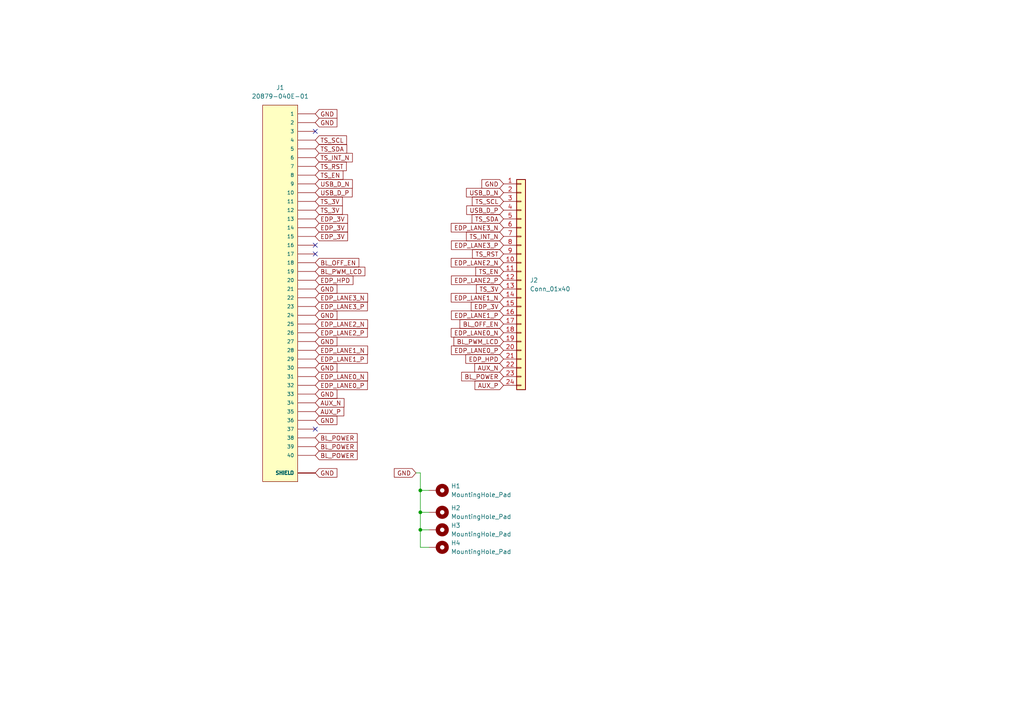
<source format=kicad_sch>
(kicad_sch (version 20211123) (generator eeschema)
  (paper "A4")
  (lib_symbols
    (symbol "20879-040E-01:20879-040E-01" (pin_numbers hide) (pin_names (offset 1.016))
      (property "Reference" "J" (at -5.08 53.34 0))
      (property "Value" "20879-040E-01" (at -5.08 -58.42 0))
      (symbol "20879-040E-01_0_0"
        (rectangle (start -5.08 -55.88) (end 5.08 53.34) (stroke (width 0.1524)) (fill (type background)))
        (pin passive line (at -10.16 50.8 0) (length 5.08) (name "1") (number "1"))
        (pin passive line (at -10.16 27.94 0) (length 5.08) (name "10") (number "10"))
        (pin passive line (at -10.16 25.4 0) (length 5.08) (name "11") (number "11"))
        (pin passive line (at -10.16 22.86 0) (length 5.08) (name "12") (number "12"))
        (pin passive line (at -10.16 20.32 0) (length 5.08) (name "13") (number "13"))
        (pin passive line (at -10.16 17.78 0) (length 5.08) (name "14") (number "14"))
        (pin passive line (at -10.16 15.24 0) (length 5.08) (name "15") (number "15"))
        (pin passive line (at -10.16 12.7 0) (length 5.08) (name "16") (number "16"))
        (pin passive line (at -10.16 10.16 0) (length 5.08) (name "17") (number "17"))
        (pin passive line (at -10.16 7.62 0) (length 5.08) (name "18") (number "18"))
        (pin passive line (at -10.16 5.08 0) (length 5.08) (name "19") (number "19"))
        (pin passive line (at -10.16 48.26 0) (length 5.08) (name "2") (number "2"))
        (pin passive line (at -10.16 2.54 0) (length 5.08) (name "20") (number "20"))
        (pin passive line (at -10.16 0 0) (length 5.08) (name "21") (number "21"))
        (pin passive line (at -10.16 -2.54 0) (length 5.08) (name "22") (number "22"))
        (pin passive line (at -10.16 -5.08 0) (length 5.08) (name "23") (number "23"))
        (pin passive line (at -10.16 -7.62 0) (length 5.08) (name "24") (number "24"))
        (pin passive line (at -10.16 -10.16 0) (length 5.08) (name "25") (number "25"))
        (pin passive line (at -10.16 -12.7 0) (length 5.08) (name "26") (number "26"))
        (pin passive line (at -10.16 -15.24 0) (length 5.08) (name "27") (number "27"))
        (pin passive line (at -10.16 -17.78 0) (length 5.08) (name "28") (number "28"))
        (pin passive line (at -10.16 -20.32 0) (length 5.08) (name "29") (number "29"))
        (pin passive line (at -10.16 45.72 0) (length 5.08) (name "3") (number "3"))
        (pin passive line (at -10.16 -22.86 0) (length 5.08) (name "30") (number "30"))
        (pin passive line (at -10.16 -25.4 0) (length 5.08) (name "31") (number "31"))
        (pin passive line (at -10.16 -27.94 0) (length 5.08) (name "32") (number "32"))
        (pin passive line (at -10.16 -30.48 0) (length 5.08) (name "33") (number "33"))
        (pin passive line (at -10.16 -33.02 0) (length 5.08) (name "34") (number "34"))
        (pin passive line (at -10.16 -35.56 0) (length 5.08) (name "35") (number "35"))
        (pin passive line (at -10.16 -38.1 0) (length 5.08) (name "36") (number "36"))
        (pin passive line (at -10.16 -40.64 0) (length 5.08) (name "37") (number "37"))
        (pin passive line (at -10.16 -43.18 0) (length 5.08) (name "38") (number "38"))
        (pin passive line (at -10.16 -45.72 0) (length 5.08) (name "39") (number "39"))
        (pin passive line (at -10.16 43.18 0) (length 5.08) (name "4") (number "4"))
        (pin passive line (at -10.16 -48.26 0) (length 5.08) (name "40") (number "40"))
        (pin passive line (at -10.16 40.64 0) (length 5.08) (name "5") (number "5"))
        (pin passive line (at -10.16 38.1 0) (length 5.08) (name "6") (number "6"))
        (pin passive line (at -10.16 35.56 0) (length 5.08) (name "7") (number "7"))
        (pin passive line (at -10.16 33.02 0) (length 5.08) (name "8") (number "8"))
        (pin passive line (at -10.16 30.48 0) (length 5.08) (name "9") (number "9"))
        (pin passive line (at -10.16 -53.34 0) (length 5.08) (name "SHIELD") (number "S1"))
        (pin passive line (at -10.16 -53.34 0) (length 5.08) (name "SHIELD") (number "S10"))
        (pin passive line (at -10.16 -53.34 0) (length 5.08) (name "SHIELD") (number "S11"))
        (pin passive line (at -10.16 -53.34 0) (length 5.08) (name "SHIELD") (number "S12"))
        (pin passive line (at -10.16 -53.34 0) (length 5.08) (name "SHIELD") (number "S13"))
        (pin passive line (at -10.16 -53.34 0) (length 5.08) (name "SHIELD") (number "S14"))
        (pin passive line (at -10.16 -53.34 0) (length 5.08) (name "SHIELD") (number "S15"))
        (pin passive line (at -10.16 -53.34 0) (length 5.08) (name "SHIELD") (number "S16"))
        (pin passive line (at -10.16 -53.34 0) (length 5.08) (name "SHIELD") (number "S17"))
        (pin passive line (at -10.16 -53.34 0) (length 5.08) (name "SHIELD") (number "S18"))
        (pin passive line (at -10.16 -53.34 0) (length 5.08) (name "SHIELD") (number "S19"))
        (pin passive line (at -10.16 -53.34 0) (length 5.08) (name "SHIELD") (number "S2"))
        (pin passive line (at -10.16 -53.34 0) (length 5.08) (name "SHIELD") (number "S20"))
        (pin passive line (at -10.16 -53.34 0) (length 5.08) (name "SHIELD") (number "S21"))
        (pin passive line (at -10.16 -53.34 0) (length 5.08) (name "SHIELD") (number "S22"))
        (pin passive line (at -10.16 -53.34 0) (length 5.08) (name "SHIELD") (number "S23"))
        (pin passive line (at -10.16 -53.34 0) (length 5.08) (name "SHIELD") (number "S24"))
        (pin passive line (at -10.16 -53.34 0) (length 5.08) (name "SHIELD") (number "S25"))
        (pin passive line (at -10.16 -53.34 0) (length 5.08) (name "SHIELD") (number "S26"))
        (pin passive line (at -10.16 -53.34 0) (length 5.08) (name "SHIELD") (number "S27"))
        (pin passive line (at -10.16 -53.34 0) (length 5.08) (name "SHIELD") (number "S28"))
        (pin passive line (at -10.16 -53.34 0) (length 5.08) (name "SHIELD") (number "S29"))
        (pin passive line (at -10.16 -53.34 0) (length 5.08) (name "SHIELD") (number "S3"))
        (pin passive line (at -10.16 -53.34 0) (length 5.08) (name "SHIELD") (number "S30"))
        (pin passive line (at -10.16 -53.34 0) (length 5.08) (name "SHIELD") (number "S31"))
        (pin passive line (at -10.16 -53.34 0) (length 5.08) (name "SHIELD") (number "S32"))
        (pin passive line (at -10.16 -53.34 0) (length 5.08) (name "SHIELD") (number "S33"))
        (pin passive line (at -10.16 -53.34 0) (length 5.08) (name "SHIELD") (number "S34"))
        (pin passive line (at -10.16 -53.34 0) (length 5.08) (name "SHIELD") (number "S4"))
        (pin passive line (at -10.16 -53.34 0) (length 5.08) (name "SHIELD") (number "S5"))
        (pin passive line (at -10.16 -53.34 0) (length 5.08) (name "SHIELD") (number "S6"))
        (pin passive line (at -10.16 -53.34 0) (length 5.08) (name "SHIELD") (number "S7"))
        (pin passive line (at -10.16 -53.34 0) (length 5.08) (name "SHIELD") (number "S8"))
        (pin passive line (at -10.16 -53.34 0) (length 5.08) (name "SHIELD") (number "S9"))
      )
    )
    (symbol "Connector_Generic:Conn_01x24" (pin_names (offset 1.016) hide)
      (property "Reference" "J" (at 0 30.48 0))
      (property "Value" "Conn_01x24" (at 0 -33.02 0))
      (symbol "Conn_01x24_1_1"
        (rectangle (start -1.27 -30.353) (end 0 -30.607) (stroke (width 0.1524)))
        (rectangle (start -1.27 -27.813) (end 0 -28.067) (stroke (width 0.1524)))
        (rectangle (start -1.27 -25.273) (end 0 -25.527) (stroke (width 0.1524)))
        (rectangle (start -1.27 -22.733) (end 0 -22.987) (stroke (width 0.1524)))
        (rectangle (start -1.27 -20.193) (end 0 -20.447) (stroke (width 0.1524)))
        (rectangle (start -1.27 -17.653) (end 0 -17.907) (stroke (width 0.1524)))
        (rectangle (start -1.27 -15.113) (end 0 -15.367) (stroke (width 0.1524)))
        (rectangle (start -1.27 -12.573) (end 0 -12.827) (stroke (width 0.1524)))
        (rectangle (start -1.27 -10.033) (end 0 -10.287) (stroke (width 0.1524)))
        (rectangle (start -1.27 -7.493) (end 0 -7.747) (stroke (width 0.1524)))
        (rectangle (start -1.27 -4.953) (end 0 -5.207) (stroke (width 0.1524)))
        (rectangle (start -1.27 -2.413) (end 0 -2.667) (stroke (width 0.1524)))
        (rectangle (start -1.27 0.127) (end 0 -0.127) (stroke (width 0.1524)))
        (rectangle (start -1.27 2.667) (end 0 2.413) (stroke (width 0.1524)))
        (rectangle (start -1.27 5.207) (end 0 4.953) (stroke (width 0.1524)))
        (rectangle (start -1.27 7.747) (end 0 7.493) (stroke (width 0.1524)))
        (rectangle (start -1.27 10.287) (end 0 10.033) (stroke (width 0.1524)))
        (rectangle (start -1.27 12.827) (end 0 12.573) (stroke (width 0.1524)))
        (rectangle (start -1.27 15.367) (end 0 15.113) (stroke (width 0.1524)))
        (rectangle (start -1.27 17.907) (end 0 17.653) (stroke (width 0.1524)))
        (rectangle (start -1.27 20.447) (end 0 20.193) (stroke (width 0.1524)))
        (rectangle (start -1.27 22.987) (end 0 22.733) (stroke (width 0.1524)))
        (rectangle (start -1.27 25.527) (end 0 25.273) (stroke (width 0.1524)))
        (rectangle (start -1.27 28.067) (end 0 27.813) (stroke (width 0.1524)))
        (rectangle (start -1.27 29.21) (end 1.27 -31.75) (stroke (width 0.254)) (fill (type background)))
        (pin passive line (at -5.08 27.94 0) (length 3.81) (name "Pin_1") (number "1"))
        (pin passive line (at -5.08 5.08 0) (length 3.81) (name "Pin_10") (number "10"))
        (pin passive line (at -5.08 2.54 0) (length 3.81) (name "Pin_11") (number "11"))
        (pin passive line (at -5.08 0 0) (length 3.81) (name "Pin_12") (number "12"))
        (pin passive line (at -5.08 -2.54 0) (length 3.81) (name "Pin_13") (number "13"))
        (pin passive line (at -5.08 -5.08 0) (length 3.81) (name "Pin_14") (number "14"))
        (pin passive line (at -5.08 -7.62 0) (length 3.81) (name "Pin_15") (number "15"))
        (pin passive line (at -5.08 -10.16 0) (length 3.81) (name "Pin_16") (number "16"))
        (pin passive line (at -5.08 -12.7 0) (length 3.81) (name "Pin_17") (number "17"))
        (pin passive line (at -5.08 -15.24 0) (length 3.81) (name "Pin_18") (number "18"))
        (pin passive line (at -5.08 -17.78 0) (length 3.81) (name "Pin_19") (number "19"))
        (pin passive line (at -5.08 25.4 0) (length 3.81) (name "Pin_2") (number "2"))
        (pin passive line (at -5.08 -20.32 0) (length 3.81) (name "Pin_20") (number "20"))
        (pin passive line (at -5.08 -22.86 0) (length 3.81) (name "Pin_21") (number "21"))
        (pin passive line (at -5.08 -25.4 0) (length 3.81) (name "Pin_22") (number "22"))
        (pin passive line (at -5.08 -27.94 0) (length 3.81) (name "Pin_23") (number "23"))
        (pin passive line (at -5.08 -30.48 0) (length 3.81) (name "Pin_24") (number "24"))
        (pin passive line (at -5.08 22.86 0) (length 3.81) (name "Pin_3") (number "3"))
        (pin passive line (at -5.08 20.32 0) (length 3.81) (name "Pin_4") (number "4"))
        (pin passive line (at -5.08 17.78 0) (length 3.81) (name "Pin_5") (number "5"))
        (pin passive line (at -5.08 15.24 0) (length 3.81) (name "Pin_6") (number "6"))
        (pin passive line (at -5.08 12.7 0) (length 3.81) (name "Pin_7") (number "7"))
        (pin passive line (at -5.08 10.16 0) (length 3.81) (name "Pin_8") (number "8"))
        (pin passive line (at -5.08 7.62 0) (length 3.81) (name "Pin_9") (number "9"))
      )
    )
    (symbol "Mechanical:MountingHole_Pad" (pin_numbers hide) (pin_names (offset 1.016) hide)
      (property "Reference" "H" (at 0 6.35 0))
      (property "Value" "MountingHole_Pad" (at 0 4.445 0))
      (symbol "MountingHole_Pad_0_1"
        (circle (center 0 1.27) (radius 1.27) (stroke (width 1.27)))
      )
      (symbol "MountingHole_Pad_1_1"
        (pin input line (at 0 -2.54 90) (length 2.54) (name "1") (number "1"))
      )
    )
  )
  (junction (at 121.92 142.24))
  (junction (at 121.92 148.59))
  (junction (at 121.92 153.67))
  (no_connect (at 91.44 71.12))
  (no_connect (at 91.44 73.66))
  (no_connect (at 91.44 124.46))
  (no_connect (at 91.44 38.1))
  (wire (pts (xy 121.92 158.75) (xy 124.46 158.75)))
  (wire (pts (xy 121.92 137.16) (xy 121.92 142.24)))
  (wire (pts (xy 124.46 142.24) (xy 121.92 142.24)))
  (wire (pts (xy 124.46 148.59) (xy 121.92 148.59)))
  (wire (pts (xy 121.92 142.24) (xy 121.92 148.59)))
  (wire (pts (xy 120.65 137.16) (xy 121.92 137.16)))
  (wire (pts (xy 121.92 153.67) (xy 121.92 158.75)))
  (wire (pts (xy 121.92 148.59) (xy 121.92 153.67)))
  (wire (pts (xy 121.92 153.67) (xy 124.46 153.67)))
  (global_label "EDP_LANE3_N" (shape input) (at 91.44 86.36 0) (property "Intersheet References" "${INTERSHEET_REFS}" (effects hide)))
  (global_label "TS_EN" (shape input) (at 146.05 78.74 180) (property "Intersheet References" "${INTERSHEET_REFS}" (effects hide)))
  (global_label "BL_POWER" (shape input) (at 91.44 127 0) (property "Intersheet References" "${INTERSHEET_REFS}" (effects hide)))
  (global_label "EDP_LANE3_P" (shape input) (at 91.44 88.9 0) (property "Intersheet References" "${INTERSHEET_REFS}" (effects hide)))
  (global_label "GND" (shape input) (at 91.44 114.3 0) (property "Intersheet References" "${INTERSHEET_REFS}" (effects hide)))
  (global_label "GND" (shape input) (at 91.44 35.56 0) (property "Intersheet References" "${INTERSHEET_REFS}" (effects hide)))
  (global_label "TS_SDA" (shape input) (at 146.05 63.5 180) (property "Intersheet References" "${INTERSHEET_REFS}" (effects hide)))
  (global_label "GND" (shape input) (at 91.44 99.06 0) (property "Intersheet References" "${INTERSHEET_REFS}" (effects hide)))
  (global_label "GND" (shape input) (at 91.44 83.82 0) (property "Intersheet References" "${INTERSHEET_REFS}" (effects hide)))
  (global_label "BL_OFF_EN" (shape input) (at 146.05 93.98 180) (property "Intersheet References" "${INTERSHEET_REFS}" (effects hide)))
  (global_label "TS_INT_N" (shape input) (at 146.05 68.58 180) (property "Intersheet References" "${INTERSHEET_REFS}" (effects hide)))
  (global_label "AUX_N" (shape input) (at 91.44 116.84 0) (property "Intersheet References" "${INTERSHEET_REFS}" (effects hide)))
  (global_label "EDP_LANE1_N" (shape input) (at 91.44 101.6 0) (property "Intersheet References" "${INTERSHEET_REFS}" (effects hide)))
  (global_label "USB_D_N" (shape input) (at 146.05 55.88 180) (property "Intersheet References" "${INTERSHEET_REFS}" (effects hide)))
  (global_label "EDP_LANE0_P" (shape input) (at 91.44 111.76 0) (property "Intersheet References" "${INTERSHEET_REFS}" (effects hide)))
  (global_label "TS_3V" (shape input) (at 91.44 60.96 0) (property "Intersheet References" "${INTERSHEET_REFS}" (effects hide)))
  (global_label "TS_SCL" (shape input) (at 146.05 58.42 180) (property "Intersheet References" "${INTERSHEET_REFS}" (effects hide)))
  (global_label "BL_OFF_EN" (shape input) (at 91.44 76.2 0) (property "Intersheet References" "${INTERSHEET_REFS}" (effects hide)))
  (global_label "EDP_LANE3_P" (shape input) (at 146.05 71.12 180) (property "Intersheet References" "${INTERSHEET_REFS}" (effects hide)))
  (global_label "AUX_P" (shape input) (at 146.05 111.76 180) (property "Intersheet References" "${INTERSHEET_REFS}" (effects hide)))
  (global_label "BL_POWER" (shape input) (at 91.44 132.08 0) (property "Intersheet References" "${INTERSHEET_REFS}" (effects hide)))
  (global_label "EDP_LANE0_P" (shape input) (at 146.05 101.6 180) (property "Intersheet References" "${INTERSHEET_REFS}" (effects hide)))
  (global_label "BL_PWM_LCD" (shape input) (at 146.05 99.06 180) (property "Intersheet References" "${INTERSHEET_REFS}" (effects hide)))
  (global_label "EDP_HPD" (shape input) (at 91.44 81.28 0) (property "Intersheet References" "${INTERSHEET_REFS}" (effects hide)))
  (global_label "TS_SCL" (shape input) (at 91.44 40.64 0) (property "Intersheet References" "${INTERSHEET_REFS}" (effects hide)))
  (global_label "BL_POWER" (shape input) (at 91.44 129.54 0) (property "Intersheet References" "${INTERSHEET_REFS}" (effects hide)))
  (global_label "TS_3V" (shape input) (at 146.05 83.82 180) (property "Intersheet References" "${INTERSHEET_REFS}" (effects hide)))
  (global_label "TS_RST" (shape input) (at 91.44 48.26 0) (property "Intersheet References" "${INTERSHEET_REFS}" (effects hide)))
  (global_label "EDP_3V" (shape input) (at 91.44 66.04 0) (property "Intersheet References" "${INTERSHEET_REFS}" (effects hide)))
  (global_label "EDP_LANE1_P" (shape input) (at 91.44 104.14 0) (property "Intersheet References" "${INTERSHEET_REFS}" (effects hide)))
  (global_label "EDP_LANE2_N" (shape input) (at 91.44 93.98 0) (property "Intersheet References" "${INTERSHEET_REFS}" (effects hide)))
  (global_label "EDP_LANE2_N" (shape input) (at 146.05 76.2 180) (property "Intersheet References" "${INTERSHEET_REFS}" (effects hide)))
  (global_label "GND" (shape input) (at 146.05 53.34 180) (property "Intersheet References" "${INTERSHEET_REFS}" (effects hide)))
  (global_label "AUX_P" (shape input) (at 91.44 119.38 0) (property "Intersheet References" "${INTERSHEET_REFS}" (effects hide)))
  (global_label "EDP_LANE2_P" (shape input) (at 91.44 96.52 0) (property "Intersheet References" "${INTERSHEET_REFS}" (effects hide)))
  (global_label "EDP_LANE2_P" (shape input) (at 146.05 81.28 180) (property "Intersheet References" "${INTERSHEET_REFS}" (effects hide)))
  (global_label "GND" (shape input) (at 91.44 33.02 0) (property "Intersheet References" "${INTERSHEET_REFS}" (effects hide)))
  (global_label "EDP_3V" (shape input) (at 91.44 68.58 0) (property "Intersheet References" "${INTERSHEET_REFS}" (effects hide)))
  (global_label "EDP_LANE0_N" (shape input) (at 91.44 109.22 0) (property "Intersheet References" "${INTERSHEET_REFS}" (effects hide)))
  (global_label "TS_RST" (shape input) (at 146.05 73.66 180) (property "Intersheet References" "${INTERSHEET_REFS}" (effects hide)))
  (global_label "AUX_N" (shape input) (at 146.05 106.68 180) (property "Intersheet References" "${INTERSHEET_REFS}" (effects hide)))
  (global_label "BL_POWER" (shape input) (at 146.05 109.22 180) (property "Intersheet References" "${INTERSHEET_REFS}" (effects hide)))
  (global_label "USB_D_P" (shape input) (at 146.05 60.96 180) (property "Intersheet References" "${INTERSHEET_REFS}" (effects hide)))
  (global_label "EDP_LANE1_P" (shape input) (at 146.05 91.44 180) (property "Intersheet References" "${INTERSHEET_REFS}" (effects hide)))
  (global_label "TS_3V" (shape input) (at 91.44 58.42 0) (property "Intersheet References" "${INTERSHEET_REFS}" (effects hide)))
  (global_label "TS_EN" (shape input) (at 91.44 50.8 0) (property "Intersheet References" "${INTERSHEET_REFS}" (effects hide)))
  (global_label "TS_SDA" (shape input) (at 91.44 43.18 0) (property "Intersheet References" "${INTERSHEET_REFS}" (effects hide)))
  (global_label "EDP_LANE3_N" (shape input) (at 146.05 66.04 180) (property "Intersheet References" "${INTERSHEET_REFS}" (effects hide)))
  (global_label "EDP_LANE1_N" (shape input) (at 146.05 86.36 180) (property "Intersheet References" "${INTERSHEET_REFS}" (effects hide)))
  (global_label "USB_D_N" (shape input) (at 91.44 53.34 0) (property "Intersheet References" "${INTERSHEET_REFS}" (effects hide)))
  (global_label "GND" (shape input) (at 91.44 137.16 0) (property "Intersheet References" "${INTERSHEET_REFS}" (effects hide)))
  (global_label "EDP_3V" (shape input) (at 146.05 88.9 180) (property "Intersheet References" "${INTERSHEET_REFS}" (effects hide)))
  (global_label "GND" (shape input) (at 120.65 137.16 180) (property "Intersheet References" "${INTERSHEET_REFS}" (effects hide)))
  (global_label "EDP_LANE0_N" (shape input) (at 146.05 96.52 180) (property "Intersheet References" "${INTERSHEET_REFS}" (effects hide)))
  (global_label "TS_INT_N" (shape input) (at 91.44 45.72 0) (property "Intersheet References" "${INTERSHEET_REFS}" (effects hide)))
  (global_label "USB_D_P" (shape input) (at 91.44 55.88 0) (property "Intersheet References" "${INTERSHEET_REFS}" (effects hide)))
  (global_label "GND" (shape input) (at 91.44 91.44 0) (property "Intersheet References" "${INTERSHEET_REFS}" (effects hide)))
  (global_label "BL_PWM_LCD" (shape input) (at 91.44 78.74 0) (property "Intersheet References" "${INTERSHEET_REFS}" (effects hide)))
  (global_label "GND" (shape input) (at 91.44 106.68 0) (property "Intersheet References" "${INTERSHEET_REFS}" (effects hide)))
  (global_label "EDP_HPD" (shape input) (at 146.05 104.14 180) (property "Intersheet References" "${INTERSHEET_REFS}" (effects hide)))
  (global_label "GND" (shape input) (at 91.44 121.92 0) (property "Intersheet References" "${INTERSHEET_REFS}" (effects hide)))
  (global_label "EDP_3V" (shape input) (at 91.44 63.5 0) (property "Intersheet References" "${INTERSHEET_REFS}" (effects hide)))
  (symbol (lib_id "20879-040E-01:20879-040E-01") (at 81.28 83.82 0) (mirror y) (unit 1)
    (property "Reference" "J1" (at 81.28 25.4 0))
    (property "Value" "20879-040E-01" (at 81.28 27.94 0))
    (property "Footprint" "IPEX_20879-040E-01" (effects hide))
    (property "MANUFACTURER" "I-PEX" (effects hide))
    (property "PARTREV" "11" (effects hide))
    (property "MAXIMUM_PACKAGE_HEIGHT" "2.15mm" (effects hide))
    (property "STANDARD" "Manufacturer recommendations" (effects hide))
  )
  (symbol (lib_id "Mechanical:MountingHole_Pad") (at 127 158.75 270) (unit 1)
    (property "Reference" "H4" (at 130.81 157.4799 90) (effects (justify left)))
    (property "Value" "MountingHole_Pad" (at 130.81 160.0199 90) (effects (justify left)))
    (property "Footprint" "MountingHole:MountingHole_2.2mm_M2_DIN965_Pad" (effects hide))
  )
  (symbol (lib_id "Mechanical:MountingHole_Pad") (at 127 142.24 270) (unit 1)
    (property "Reference" "H1" (at 130.81 140.9699 90) (effects (justify left)))
    (property "Value" "MountingHole_Pad" (at 130.81 143.5099 90) (effects (justify left)))
    (property "Footprint" "MountingHole:MountingHole_2.2mm_M2_DIN965_Pad" (effects hide))
  )
  (symbol (lib_id "Mechanical:MountingHole_Pad") (at 127 148.59 270) (unit 1)
    (property "Reference" "H2" (at 130.81 147.3199 90) (effects (justify left)))
    (property "Value" "MountingHole_Pad" (at 130.81 149.8599 90) (effects (justify left)))
    (property "Footprint" "MountingHole:MountingHole_2.2mm_M2_DIN965_Pad" (effects hide))
  )
  (symbol (lib_id "Connector_Generic:Conn_01x24") (at 151.13 81.28 0) (unit 1)
    (property "Reference" "J2" (at 153.67 81.2799 0) (effects (justify left)))
    (property "Value" "Conn_01x40" (at 153.67 83.8199 0) (effects (justify left)))
    (property "Footprint" "Connector_PinSocket_2.54mm:PinSocket_2x12_P2.54mm_Vertical" (effects hide))
  )
  (symbol (lib_id "Mechanical:MountingHole_Pad") (at 127 153.67 270) (unit 1)
    (property "Reference" "H3" (at 130.81 152.3999 90) (effects (justify left)))
    (property "Value" "MountingHole_Pad" (at 130.81 154.9399 90) (effects (justify left)))
    (property "Footprint" "MountingHole:MountingHole_2.2mm_M2_DIN965_Pad" (effects hide))
  )
)
</source>
